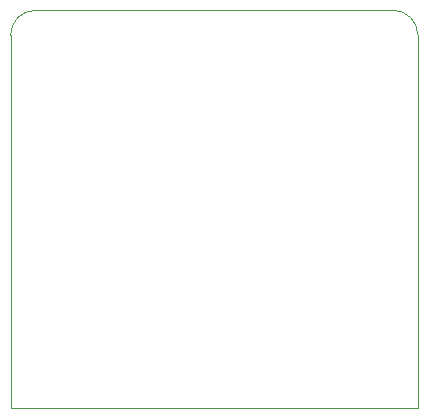
<source format=gbr>
G04 #@! TF.GenerationSoftware,KiCad,Pcbnew,(5.1.4)-1*
G04 #@! TF.CreationDate,2019-12-12T20:06:14+09:00*
G04 #@! TF.ProjectId,microcar_head,6d696372-6f63-4617-925f-686561642e6b,rev?*
G04 #@! TF.SameCoordinates,Original*
G04 #@! TF.FileFunction,Profile,NP*
%FSLAX46Y46*%
G04 Gerber Fmt 4.6, Leading zero omitted, Abs format (unit mm)*
G04 Created by KiCad (PCBNEW (5.1.4)-1) date 2019-12-12 20:06:14*
%MOMM*%
%LPD*%
G04 APERTURE LIST*
%ADD10C,0.050000*%
G04 APERTURE END LIST*
D10*
X19050000Y-34493000D02*
G75*
G02X21158000Y-32385000I2108000J0D01*
G01*
X51435000Y-32385000D02*
G75*
G02X53543000Y-34493000I0J-2108000D01*
G01*
X21158000Y-32385000D02*
X51435000Y-32385000D01*
X53543000Y-34493000D02*
X53543000Y-66040000D01*
X19050000Y-66040000D02*
X53543000Y-66040000D01*
X19050000Y-34493000D02*
X19050000Y-66040000D01*
M02*

</source>
